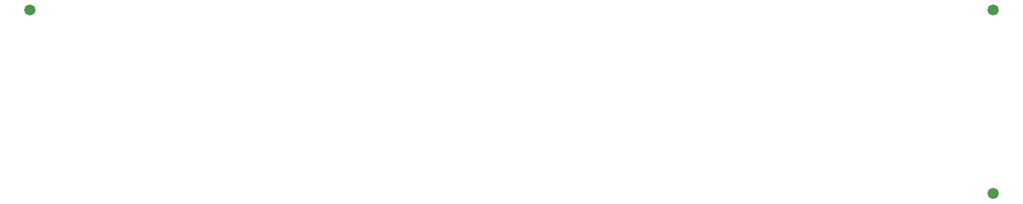
<source format=gbr>
G04 #@! TF.GenerationSoftware,KiCad,Pcbnew,8.0.3*
G04 #@! TF.CreationDate,2024-08-02T00:59:48+02:00*
G04 #@! TF.ProjectId,Controller,436f6e74-726f-46c6-9c65-722e6b696361,rev?*
G04 #@! TF.SameCoordinates,Original*
G04 #@! TF.FileFunction,Other,ECO1*
%FSLAX46Y46*%
G04 Gerber Fmt 4.6, Leading zero omitted, Abs format (unit mm)*
G04 Created by KiCad (PCBNEW 8.0.3) date 2024-08-02 00:59:48*
%MOMM*%
%LPD*%
G01*
G04 APERTURE LIST*
%ADD10C,1.500000*%
G04 APERTURE END LIST*
D10*
G04 #@! TO.C,FID3*
X241448403Y-98559103D03*
G04 #@! TD*
G04 #@! TO.C,FID1*
X110246670Y-98559067D03*
G04 #@! TD*
G04 #@! TO.C,FID2*
X241448403Y-123559103D03*
G04 #@! TD*
M02*

</source>
